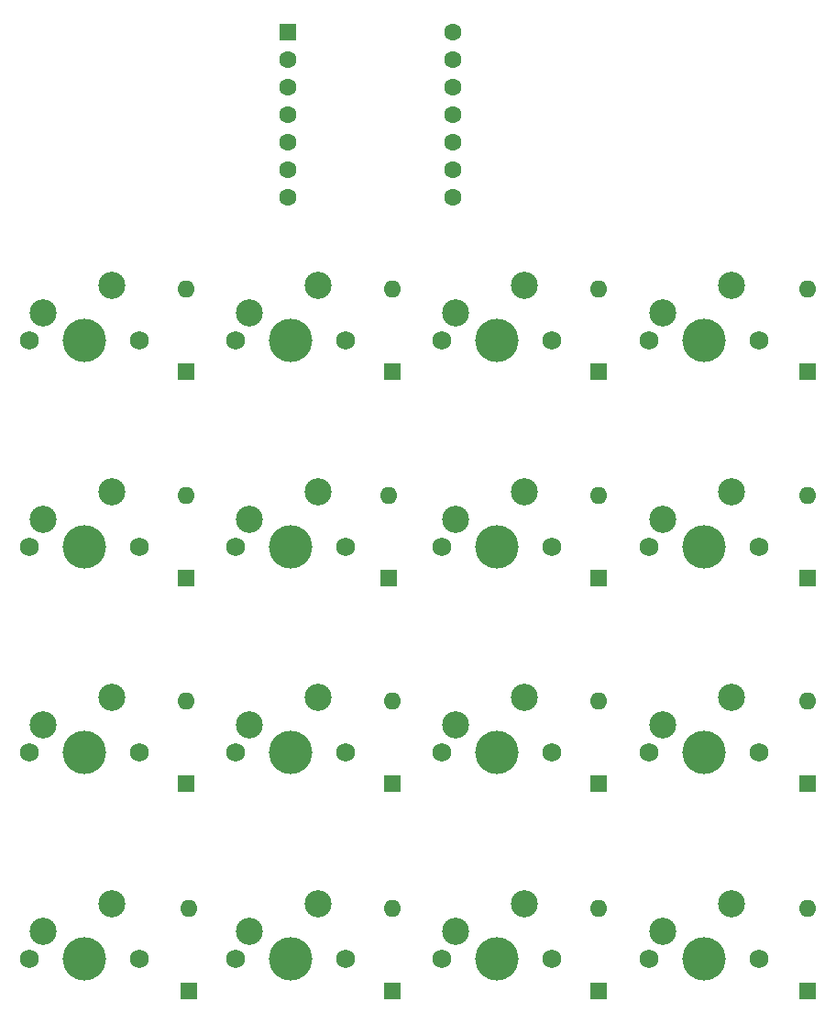
<source format=gbr>
%TF.GenerationSoftware,KiCad,Pcbnew,8.0.5*%
%TF.CreationDate,2024-10-22T00:00:33+02:00*%
%TF.ProjectId,retrooper_keyboard,72657472-6f6f-4706-9572-5f6b6579626f,rev?*%
%TF.SameCoordinates,Original*%
%TF.FileFunction,Soldermask,Bot*%
%TF.FilePolarity,Negative*%
%FSLAX46Y46*%
G04 Gerber Fmt 4.6, Leading zero omitted, Abs format (unit mm)*
G04 Created by KiCad (PCBNEW 8.0.5) date 2024-10-22 00:00:33*
%MOMM*%
%LPD*%
G01*
G04 APERTURE LIST*
%ADD10C,1.750000*%
%ADD11C,4.000000*%
%ADD12C,2.500000*%
%ADD13R,1.600000X1.600000*%
%ADD14C,1.600000*%
%ADD15O,1.600000X1.600000*%
G04 APERTURE END LIST*
D10*
%TO.C,S13*%
X119790000Y-108000000D03*
D11*
X124870000Y-108000000D03*
D10*
X129950000Y-108000000D03*
D12*
X121060000Y-105460000D03*
X127410000Y-102920000D03*
%TD*%
D10*
%TO.C,S9*%
X119780344Y-88980000D03*
D11*
X124860344Y-88980000D03*
D10*
X129940344Y-88980000D03*
D12*
X121050344Y-86440000D03*
X127400344Y-83900000D03*
%TD*%
D10*
%TO.C,S5*%
X119780344Y-69950000D03*
D11*
X124860344Y-69950000D03*
D10*
X129940344Y-69950000D03*
D12*
X121050344Y-67410000D03*
X127400344Y-64870000D03*
%TD*%
D10*
%TO.C,S15*%
X157910000Y-108000000D03*
D11*
X162990000Y-108000000D03*
D10*
X168070000Y-108000000D03*
D12*
X159180000Y-105460000D03*
X165530000Y-102920000D03*
%TD*%
D10*
%TO.C,S10*%
X138820000Y-88980000D03*
D11*
X143900000Y-88980000D03*
D10*
X148980000Y-88980000D03*
D12*
X140090000Y-86440000D03*
X146440000Y-83900000D03*
%TD*%
D10*
%TO.C,S4*%
X177025944Y-50899176D03*
D11*
X182105944Y-50899176D03*
D10*
X187185944Y-50899176D03*
D12*
X178295944Y-48359176D03*
X184645944Y-45819176D03*
%TD*%
D10*
%TO.C,S7*%
X157880000Y-69950000D03*
D11*
X162960000Y-69950000D03*
D10*
X168040000Y-69950000D03*
D12*
X159150000Y-67410000D03*
X165500000Y-64870000D03*
%TD*%
D10*
%TO.C,S1*%
X119780344Y-50899176D03*
D11*
X124860344Y-50899176D03*
D10*
X129940344Y-50899176D03*
D12*
X121050344Y-48359176D03*
X127400344Y-45819176D03*
%TD*%
D10*
%TO.C,S14*%
X138850000Y-108000000D03*
D11*
X143930000Y-108000000D03*
D10*
X149010000Y-108000000D03*
D12*
X140120000Y-105460000D03*
X146470000Y-102920000D03*
%TD*%
D10*
%TO.C,S8*%
X177025944Y-69950000D03*
D11*
X182105944Y-69950000D03*
D10*
X187185944Y-69950000D03*
D12*
X178295944Y-67410000D03*
X184645944Y-64870000D03*
%TD*%
D10*
%TO.C,S6*%
X138820000Y-69950000D03*
D11*
X143900000Y-69950000D03*
D10*
X148980000Y-69950000D03*
D12*
X140090000Y-67410000D03*
X146440000Y-64870000D03*
%TD*%
D10*
%TO.C,S16*%
X176990000Y-108000000D03*
D11*
X182070000Y-108000000D03*
D10*
X187150000Y-108000000D03*
D12*
X178260000Y-105460000D03*
X184610000Y-102920000D03*
%TD*%
D10*
%TO.C,S12*%
X177025944Y-88980000D03*
D11*
X182105944Y-88980000D03*
D10*
X187185944Y-88980000D03*
D12*
X178295944Y-86440000D03*
X184645944Y-83900000D03*
%TD*%
D10*
%TO.C,S2*%
X138820000Y-50899176D03*
D11*
X143900000Y-50899176D03*
D10*
X148980000Y-50899176D03*
D12*
X140090000Y-48359176D03*
X146440000Y-45819176D03*
%TD*%
D10*
%TO.C,S11*%
X157880000Y-88980000D03*
D11*
X162960000Y-88980000D03*
D10*
X168040000Y-88980000D03*
D12*
X159150000Y-86440000D03*
X165500000Y-83900000D03*
%TD*%
D10*
%TO.C,S3*%
X157880000Y-50899176D03*
D11*
X162960000Y-50899176D03*
D10*
X168040000Y-50899176D03*
D12*
X159150000Y-48359176D03*
X165500000Y-45819176D03*
%TD*%
D13*
%TO.C,U2*%
X143610000Y-22530000D03*
D14*
X143610000Y-25070000D03*
X143610000Y-27610000D03*
X143610000Y-30150000D03*
X143610000Y-32690000D03*
X143610000Y-35230000D03*
X143610000Y-37770000D03*
X158850000Y-37770000D03*
X158850000Y-35230000D03*
X158850000Y-32690000D03*
X158850000Y-30150000D03*
X158850000Y-27610000D03*
X158850000Y-25070000D03*
X158850000Y-22530000D03*
%TD*%
D13*
%TO.C,D11*%
X172342824Y-91856648D03*
D15*
X172342824Y-84236648D03*
%TD*%
D13*
%TO.C,D10*%
X153292840Y-91856648D03*
D15*
X153292840Y-84236648D03*
%TD*%
D13*
%TO.C,D5*%
X134242856Y-72866192D03*
D15*
X134242856Y-65246192D03*
%TD*%
D13*
%TO.C,D6*%
X152995184Y-72866192D03*
D15*
X152995184Y-65246192D03*
%TD*%
D13*
%TO.C,D3*%
X172342824Y-53816208D03*
D15*
X172342824Y-46196208D03*
%TD*%
D13*
%TO.C,D13*%
X134540512Y-110966160D03*
D15*
X134540512Y-103346160D03*
%TD*%
D13*
%TO.C,D1*%
X134242856Y-53816208D03*
D15*
X134242856Y-46196208D03*
%TD*%
D13*
%TO.C,D8*%
X191690464Y-72866192D03*
D15*
X191690464Y-65246192D03*
%TD*%
D13*
%TO.C,D9*%
X134242856Y-91856648D03*
D15*
X134242856Y-84236648D03*
%TD*%
D13*
%TO.C,D2*%
X153292840Y-53816208D03*
D15*
X153292840Y-46196208D03*
%TD*%
D13*
%TO.C,D4*%
X191690464Y-53816208D03*
D15*
X191690464Y-46196208D03*
%TD*%
D13*
%TO.C,D16*%
X191690464Y-110966160D03*
D15*
X191690464Y-103346160D03*
%TD*%
D13*
%TO.C,D15*%
X172342824Y-110966160D03*
D15*
X172342824Y-103346160D03*
%TD*%
D13*
%TO.C,D7*%
X172342824Y-72866192D03*
D15*
X172342824Y-65246192D03*
%TD*%
D13*
%TO.C,D14*%
X153292840Y-110966160D03*
D15*
X153292840Y-103346160D03*
%TD*%
D13*
%TO.C,D12*%
X191690464Y-91856648D03*
D15*
X191690464Y-84236648D03*
%TD*%
M02*

</source>
